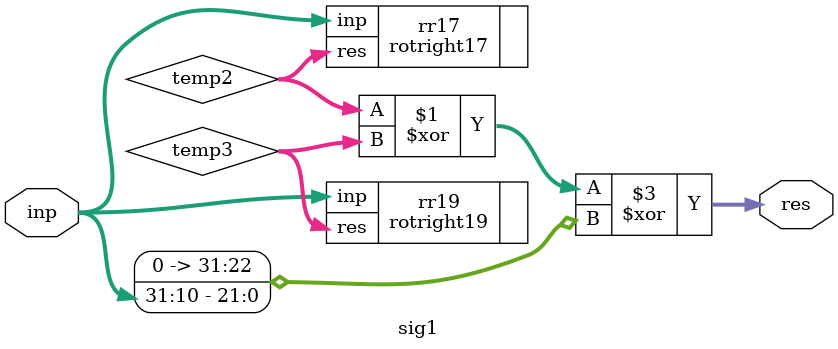
<source format=sv>
module sig1
  ( 
    input  logic [31:0] inp,
    output logic [31:0] res);
   
  logic [31:0] temp2;
  logic [31:0] temp3;
 
  rotright17 rr17(.inp, .res(temp2));
  rotright19 rr19(.inp, .res(temp3));
  assign res = temp2 ^ temp3 ^ (inp >> 10);
 
endmodule

</source>
